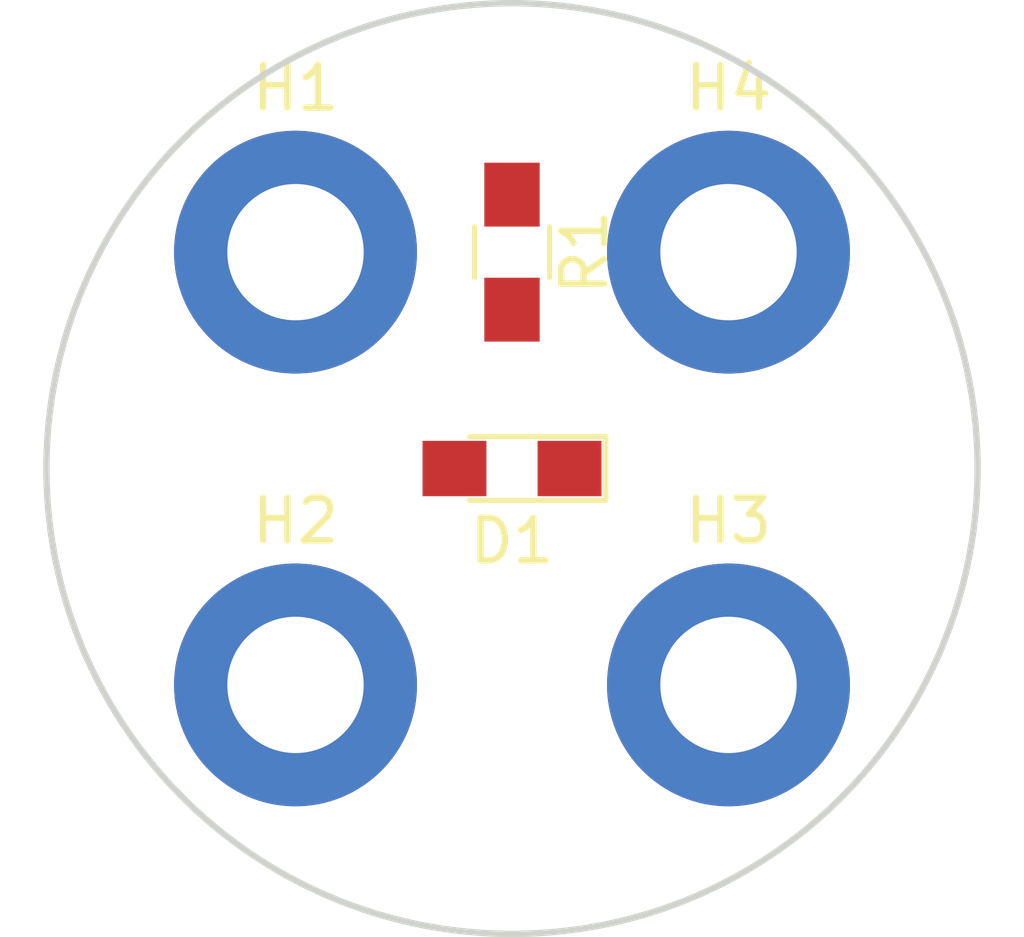
<source format=kicad_pcb>
(kicad_pcb (version 20171130) (host pcbnew "(5.0.1-3-g963ef8bb5)")

  (general
    (thickness 1.6)
    (drawings 1)
    (tracks 0)
    (zones 0)
    (modules 6)
    (nets 4)
  )

  (page A4)
  (layers
    (0 F.Cu signal)
    (31 B.Cu signal)
    (32 B.Adhes user)
    (33 F.Adhes user)
    (34 B.Paste user)
    (35 F.Paste user)
    (36 B.SilkS user)
    (37 F.SilkS user)
    (38 B.Mask user)
    (39 F.Mask user)
    (40 Dwgs.User user)
    (41 Cmts.User user)
    (42 Eco1.User user)
    (43 Eco2.User user)
    (44 Edge.Cuts user)
    (45 Margin user)
    (46 B.CrtYd user)
    (47 F.CrtYd user)
    (48 B.Fab user)
    (49 F.Fab user)
  )

  (setup
    (last_trace_width 0.25)
    (trace_clearance 0.2)
    (zone_clearance 0.508)
    (zone_45_only no)
    (trace_min 0.2)
    (segment_width 0.2)
    (edge_width 0.15)
    (via_size 0.8)
    (via_drill 0.4)
    (via_min_size 0.4)
    (via_min_drill 0.3)
    (uvia_size 0.3)
    (uvia_drill 0.1)
    (uvias_allowed no)
    (uvia_min_size 0.2)
    (uvia_min_drill 0.1)
    (pcb_text_width 0.3)
    (pcb_text_size 1.5 1.5)
    (mod_edge_width 0.15)
    (mod_text_size 1 1)
    (mod_text_width 0.15)
    (pad_size 1.524 1.524)
    (pad_drill 0.762)
    (pad_to_mask_clearance 0.051)
    (solder_mask_min_width 0.25)
    (aux_axis_origin 0 0)
    (visible_elements FFFFFF7F)
    (pcbplotparams
      (layerselection 0x010fc_ffffffff)
      (usegerberextensions false)
      (usegerberattributes false)
      (usegerberadvancedattributes false)
      (creategerberjobfile false)
      (excludeedgelayer true)
      (linewidth 0.100000)
      (plotframeref false)
      (viasonmask false)
      (mode 1)
      (useauxorigin false)
      (hpglpennumber 1)
      (hpglpenspeed 20)
      (hpglpendiameter 15.000000)
      (psnegative false)
      (psa4output false)
      (plotreference true)
      (plotvalue true)
      (plotinvisibletext false)
      (padsonsilk false)
      (subtractmaskfromsilk false)
      (outputformat 1)
      (mirror false)
      (drillshape 1)
      (scaleselection 1)
      (outputdirectory ""))
  )

  (net 0 "")
  (net 1 "Net-(D1-Pad2)")
  (net 2 GND)
  (net 3 VCC)

  (net_class Default "This is the default net class."
    (clearance 0.2)
    (trace_width 0.25)
    (via_dia 0.8)
    (via_drill 0.4)
    (uvia_dia 0.3)
    (uvia_drill 0.1)
    (add_net GND)
    (add_net "Net-(D1-Pad2)")
    (add_net VCC)
  )

  (module LEDs:LED_0805_HandSoldering (layer F.Cu) (tedit 595FCA25) (tstamp 5BD44386)
    (at 151.13 41.91 180)
    (descr "Resistor SMD 0805, hand soldering")
    (tags "resistor 0805")
    (path /5BD3C5ED)
    (attr smd)
    (fp_text reference D1 (at 0 -1.7 180) (layer F.SilkS)
      (effects (font (size 1 1) (thickness 0.15)))
    )
    (fp_text value LED (at 0 1.75 180) (layer F.Fab)
      (effects (font (size 1 1) (thickness 0.15)))
    )
    (fp_line (start -2.2 -0.75) (end -2.2 0.75) (layer F.SilkS) (width 0.12))
    (fp_line (start 2.35 0.9) (end -2.35 0.9) (layer F.CrtYd) (width 0.05))
    (fp_line (start 2.35 0.9) (end 2.35 -0.9) (layer F.CrtYd) (width 0.05))
    (fp_line (start -2.35 -0.9) (end -2.35 0.9) (layer F.CrtYd) (width 0.05))
    (fp_line (start -2.35 -0.9) (end 2.35 -0.9) (layer F.CrtYd) (width 0.05))
    (fp_line (start -2.2 -0.75) (end 1 -0.75) (layer F.SilkS) (width 0.12))
    (fp_line (start 1 0.75) (end -2.2 0.75) (layer F.SilkS) (width 0.12))
    (fp_line (start -1 -0.62) (end 1 -0.62) (layer F.Fab) (width 0.1))
    (fp_line (start 1 -0.62) (end 1 0.62) (layer F.Fab) (width 0.1))
    (fp_line (start 1 0.62) (end -1 0.62) (layer F.Fab) (width 0.1))
    (fp_line (start -1 0.62) (end -1 -0.62) (layer F.Fab) (width 0.1))
    (fp_line (start 0.2 -0.4) (end 0.2 0.4) (layer F.Fab) (width 0.1))
    (fp_line (start 0.2 0.4) (end -0.4 0) (layer F.Fab) (width 0.1))
    (fp_line (start -0.4 0) (end 0.2 -0.4) (layer F.Fab) (width 0.1))
    (fp_line (start -0.4 -0.4) (end -0.4 0.4) (layer F.Fab) (width 0.1))
    (pad 2 smd rect (at 1.35 0 180) (size 1.5 1.3) (layers F.Cu F.Paste F.Mask)
      (net 1 "Net-(D1-Pad2)"))
    (pad 1 smd rect (at -1.35 0 180) (size 1.5 1.3) (layers F.Cu F.Paste F.Mask)
      (net 2 GND))
    (model ${KISYS3DMOD}/LEDs.3dshapes/LED_0805.wrl
      (at (xyz 0 0 0))
      (scale (xyz 1 1 1))
      (rotate (xyz 0 0 0))
    )
  )

  (module Mounting_Holes:MountingHole_3.2mm_M3_ISO7380_Pad (layer F.Cu) (tedit 56D1B4CB) (tstamp 5BD44245)
    (at 146.05 36.83)
    (descr "Mounting Hole 3.2mm, M3, ISO7380")
    (tags "mounting hole 3.2mm m3 iso7380")
    (path /5BD3CFD0)
    (attr virtual)
    (fp_text reference H1 (at 0 -3.85) (layer F.SilkS)
      (effects (font (size 1 1) (thickness 0.15)))
    )
    (fp_text value MountingHole_Pad (at 0 3.85) (layer F.Fab)
      (effects (font (size 1 1) (thickness 0.15)))
    )
    (fp_text user %R (at 0.3 0) (layer F.Fab)
      (effects (font (size 1 1) (thickness 0.15)))
    )
    (fp_circle (center 0 0) (end 2.85 0) (layer Cmts.User) (width 0.15))
    (fp_circle (center 0 0) (end 3.1 0) (layer F.CrtYd) (width 0.05))
    (pad 1 thru_hole circle (at 0 0) (size 5.7 5.7) (drill 3.2) (layers *.Cu *.Mask)
      (net 3 VCC))
  )

  (module Mounting_Holes:MountingHole_3.2mm_M3_ISO7380_Pad (layer F.Cu) (tedit 56D1B4CB) (tstamp 5BD4421A)
    (at 146.05 46.99)
    (descr "Mounting Hole 3.2mm, M3, ISO7380")
    (tags "mounting hole 3.2mm m3 iso7380")
    (path /5BD3D0A2)
    (attr virtual)
    (fp_text reference H2 (at 0 -3.85) (layer F.SilkS)
      (effects (font (size 1 1) (thickness 0.15)))
    )
    (fp_text value MountingHole_Pad (at 0 3.85) (layer F.Fab)
      (effects (font (size 1 1) (thickness 0.15)))
    )
    (fp_circle (center 0 0) (end 3.1 0) (layer F.CrtYd) (width 0.05))
    (fp_circle (center 0 0) (end 2.85 0) (layer Cmts.User) (width 0.15))
    (fp_text user %R (at 0.3 0) (layer F.Fab)
      (effects (font (size 1 1) (thickness 0.15)))
    )
    (pad 1 thru_hole circle (at 0 0) (size 5.7 5.7) (drill 3.2) (layers *.Cu *.Mask)
      (net 2 GND))
  )

  (module Mounting_Holes:MountingHole_3.2mm_M3_ISO7380_Pad (layer F.Cu) (tedit 56D1B4CB) (tstamp 5BD441CF)
    (at 156.21 46.99)
    (descr "Mounting Hole 3.2mm, M3, ISO7380")
    (tags "mounting hole 3.2mm m3 iso7380")
    (path /5BD3CE9F)
    (attr virtual)
    (fp_text reference H3 (at 0 -3.85) (layer F.SilkS)
      (effects (font (size 1 1) (thickness 0.15)))
    )
    (fp_text value MountingHole_Pad (at 0 3.85) (layer F.Fab)
      (effects (font (size 1 1) (thickness 0.15)))
    )
    (fp_circle (center 0 0) (end 3.1 0) (layer F.CrtYd) (width 0.05))
    (fp_circle (center 0 0) (end 2.85 0) (layer Cmts.User) (width 0.15))
    (fp_text user %R (at 0.3 0) (layer F.Fab)
      (effects (font (size 1 1) (thickness 0.15)))
    )
    (pad 1 thru_hole circle (at 0 0) (size 5.7 5.7) (drill 3.2) (layers *.Cu *.Mask)
      (net 3 VCC))
  )

  (module Mounting_Holes:MountingHole_3.2mm_M3_ISO7380_Pad (layer F.Cu) (tedit 56D1B4CB) (tstamp 5BD440AB)
    (at 156.21 36.83)
    (descr "Mounting Hole 3.2mm, M3, ISO7380")
    (tags "mounting hole 3.2mm m3 iso7380")
    (path /5BD3D192)
    (attr virtual)
    (fp_text reference H4 (at 0 -3.85) (layer F.SilkS)
      (effects (font (size 1 1) (thickness 0.15)))
    )
    (fp_text value MountingHole_Pad (at 0 3.85) (layer F.Fab)
      (effects (font (size 1 1) (thickness 0.15)))
    )
    (fp_text user %R (at 0.3 0) (layer F.Fab)
      (effects (font (size 1 1) (thickness 0.15)))
    )
    (fp_circle (center 0 0) (end 2.85 0) (layer Cmts.User) (width 0.15))
    (fp_circle (center 0 0) (end 3.1 0) (layer F.CrtYd) (width 0.05))
    (pad 1 thru_hole circle (at 0 0) (size 5.7 5.7) (drill 3.2) (layers *.Cu *.Mask)
      (net 2 GND))
  )

  (module Resistors_SMD:R_0805_HandSoldering (layer F.Cu) (tedit 58E0A804) (tstamp 5BD440BC)
    (at 151.13 36.83 270)
    (descr "Resistor SMD 0805, hand soldering")
    (tags "resistor 0805")
    (path /5BD3C540)
    (attr smd)
    (fp_text reference R1 (at 0 -1.7 270) (layer F.SilkS)
      (effects (font (size 1 1) (thickness 0.15)))
    )
    (fp_text value R (at 0 1.75 270) (layer F.Fab)
      (effects (font (size 1 1) (thickness 0.15)))
    )
    (fp_line (start 2.35 0.9) (end -2.35 0.9) (layer F.CrtYd) (width 0.05))
    (fp_line (start 2.35 0.9) (end 2.35 -0.9) (layer F.CrtYd) (width 0.05))
    (fp_line (start -2.35 -0.9) (end -2.35 0.9) (layer F.CrtYd) (width 0.05))
    (fp_line (start -2.35 -0.9) (end 2.35 -0.9) (layer F.CrtYd) (width 0.05))
    (fp_line (start -0.6 -0.88) (end 0.6 -0.88) (layer F.SilkS) (width 0.12))
    (fp_line (start 0.6 0.88) (end -0.6 0.88) (layer F.SilkS) (width 0.12))
    (fp_line (start -1 -0.62) (end 1 -0.62) (layer F.Fab) (width 0.1))
    (fp_line (start 1 -0.62) (end 1 0.62) (layer F.Fab) (width 0.1))
    (fp_line (start 1 0.62) (end -1 0.62) (layer F.Fab) (width 0.1))
    (fp_line (start -1 0.62) (end -1 -0.62) (layer F.Fab) (width 0.1))
    (fp_text user %R (at 0 0 270) (layer F.Fab)
      (effects (font (size 0.5 0.5) (thickness 0.075)))
    )
    (pad 2 smd rect (at 1.35 0 270) (size 1.5 1.3) (layers F.Cu F.Paste F.Mask)
      (net 1 "Net-(D1-Pad2)"))
    (pad 1 smd rect (at -1.35 0 270) (size 1.5 1.3) (layers F.Cu F.Paste F.Mask)
      (net 3 VCC))
    (model ${KISYS3DMOD}/Resistors_SMD.3dshapes/R_0805.wrl
      (at (xyz 0 0 0))
      (scale (xyz 1 1 1))
      (rotate (xyz 0 0 0))
    )
  )

  (gr_circle (center 151.13 41.91) (end 160.02 48.26) (layer Edge.Cuts) (width 0.15))

)

</source>
